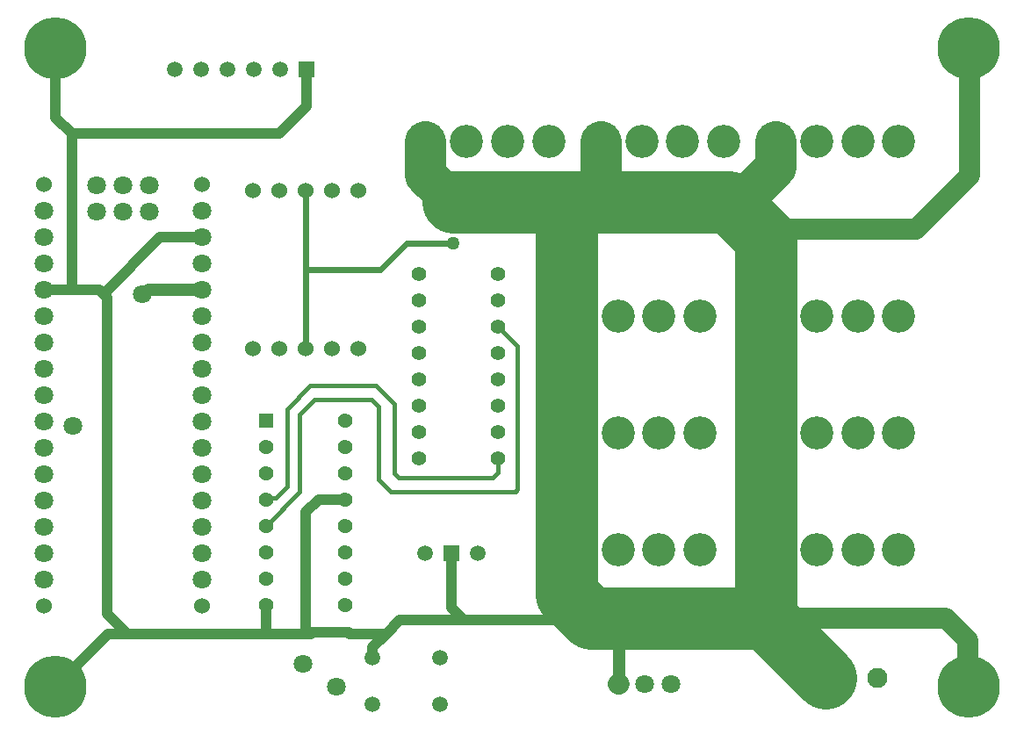
<source format=gbr>
%TF.GenerationSoftware,Altium Limited,Altium Designer,21.8.1 (53)*%
G04 Layer_Physical_Order=2*
G04 Layer_Color=36540*
%FSLAX43Y43*%
%MOMM*%
%TF.SameCoordinates,2523FC94-2157-46A2-8D95-2E3533E7A92D*%
%TF.FilePolarity,Positive*%
%TF.FileFunction,Copper,L2,Inr,Signal*%
%TF.Part,Single*%
G01*
G75*
%TA.AperFunction,Conductor*%
%ADD12C,1.200*%
%ADD13C,0.600*%
%ADD15C,2.000*%
%ADD16C,0.400*%
%TA.AperFunction,ComponentPad*%
%ADD17C,1.800*%
%ADD18C,1.500*%
%ADD19R,1.500X1.500*%
%ADD20C,1.524*%
%ADD21C,1.425*%
%ADD22R,1.425X1.425*%
%ADD23C,1.400*%
%ADD24C,3.200*%
%TA.AperFunction,ViaPad*%
%ADD25C,6.000*%
%TA.AperFunction,ComponentPad*%
%ADD26C,1.950*%
%TA.AperFunction,ViaPad*%
%ADD27C,1.800*%
%ADD28C,1.270*%
%TA.AperFunction,Conductor*%
%ADD29C,6.000*%
%ADD30C,4.000*%
%ADD31C,1.000*%
D12*
X57040Y51460D02*
X57300Y51200D01*
X58800Y4734D02*
Y11050D01*
X12900Y42350D02*
X13062D01*
X13462Y42750D02*
X18620D01*
X13062Y42350D02*
X13462Y42750D01*
D13*
X28580Y44680D02*
Y52300D01*
Y37060D02*
Y44680D01*
X38350Y47200D02*
X42800D01*
X35830Y44680D02*
X38350Y47200D01*
X28580Y44680D02*
X35830D01*
D15*
X73892Y48600D02*
X87450D01*
X72977Y47685D02*
X73892Y48600D01*
X87450D02*
X92600Y53750D01*
Y66000D01*
X92432Y4668D02*
X92600Y4500D01*
X72977Y11050D02*
X90300D01*
X92432Y8918D01*
Y4668D02*
Y8918D01*
X58793Y4727D02*
X58800Y4734D01*
D16*
X49050Y23484D02*
Y37295D01*
X48816Y23250D02*
X49050Y23484D01*
X36850Y23250D02*
X48816D01*
X47130Y39215D02*
X49050Y37295D01*
X35650Y24450D02*
Y31450D01*
Y24450D02*
X36850Y23250D01*
X29450Y32150D02*
X34950D01*
X35650Y31450D01*
X28050Y23270D02*
Y30750D01*
X29450Y32150D01*
X24770Y19990D02*
X28050Y23270D01*
X47130Y25130D02*
Y26505D01*
X46650Y24650D02*
X47130Y25130D01*
X29050Y33500D02*
X35400D01*
X37200Y31700D01*
Y25050D02*
Y31700D01*
X26800Y23750D02*
Y31250D01*
X25703Y22653D02*
X26800Y23750D01*
Y31250D02*
X29050Y33500D01*
X24770Y22530D02*
X24893Y22653D01*
X25703D01*
X37600Y24650D02*
X46650D01*
X37200Y25050D02*
X37600Y24650D01*
D17*
X58793Y4727D02*
D03*
X61333D02*
D03*
X63874D02*
D03*
X3380Y50370D02*
D03*
Y47830D02*
D03*
Y45290D02*
D03*
Y42750D02*
D03*
Y40210D02*
D03*
Y37670D02*
D03*
Y35130D02*
D03*
Y32590D02*
D03*
Y30050D02*
D03*
Y27510D02*
D03*
Y24970D02*
D03*
Y22430D02*
D03*
Y19890D02*
D03*
Y17350D02*
D03*
Y14810D02*
D03*
X18620D02*
D03*
Y17350D02*
D03*
Y19890D02*
D03*
Y22430D02*
D03*
Y24970D02*
D03*
Y27510D02*
D03*
Y30050D02*
D03*
Y32590D02*
D03*
Y35130D02*
D03*
Y37670D02*
D03*
Y40210D02*
D03*
Y42750D02*
D03*
Y45290D02*
D03*
Y47830D02*
D03*
Y50370D02*
D03*
X8470Y52810D02*
D03*
X11010D02*
D03*
X13550D02*
D03*
X8470Y50270D02*
D03*
X11010D02*
D03*
X13550D02*
D03*
D18*
X16000Y64000D02*
D03*
X18540D02*
D03*
X21080D02*
D03*
X23620D02*
D03*
X26160D02*
D03*
X40130Y17370D02*
D03*
X45210D02*
D03*
X41554Y7250D02*
D03*
X35054D02*
D03*
X41554Y2750D02*
D03*
X35054D02*
D03*
D19*
X28700Y64000D02*
D03*
X42670Y17370D02*
D03*
D20*
X3380Y12270D02*
D03*
X18620D02*
D03*
X3380Y52910D02*
D03*
X18620D02*
D03*
X23500Y37060D02*
D03*
X26040D02*
D03*
X28580D02*
D03*
X31120D02*
D03*
X33660D02*
D03*
Y52300D02*
D03*
X31120D02*
D03*
X28580D02*
D03*
X26040D02*
D03*
X23500D02*
D03*
D21*
X32390Y30150D02*
D03*
Y27610D02*
D03*
Y25070D02*
D03*
Y22530D02*
D03*
Y19990D02*
D03*
Y17450D02*
D03*
Y14910D02*
D03*
Y12370D02*
D03*
X24770D02*
D03*
Y14910D02*
D03*
Y17450D02*
D03*
Y19990D02*
D03*
Y22530D02*
D03*
Y25070D02*
D03*
Y27610D02*
D03*
D22*
Y30150D02*
D03*
D23*
X39510Y36675D02*
D03*
X47130D02*
D03*
X39510Y44295D02*
D03*
X47130D02*
D03*
X47130Y29055D02*
D03*
X39510D02*
D03*
X47130Y34135D02*
D03*
X39510D02*
D03*
X47130Y31595D02*
D03*
X39510D02*
D03*
X47130Y26505D02*
D03*
X39510D02*
D03*
X39510Y39215D02*
D03*
X47130D02*
D03*
X39510Y41755D02*
D03*
X47130D02*
D03*
D24*
X57040Y57050D02*
D03*
X61000D02*
D03*
X64960D02*
D03*
X68920D02*
D03*
X73920D02*
D03*
X77880D02*
D03*
X81840D02*
D03*
X85800D02*
D03*
X40160D02*
D03*
X44120D02*
D03*
X48080D02*
D03*
X52040D02*
D03*
X54760Y40230D02*
D03*
X58720D02*
D03*
X62680D02*
D03*
X66640D02*
D03*
X73920D02*
D03*
X77880D02*
D03*
X81840D02*
D03*
X85800D02*
D03*
X73920Y28950D02*
D03*
X77880D02*
D03*
X81840D02*
D03*
X85800D02*
D03*
X54760D02*
D03*
X58720D02*
D03*
X62680D02*
D03*
X66640D02*
D03*
X73920Y17670D02*
D03*
X77880D02*
D03*
X81840D02*
D03*
X85800D02*
D03*
X54760D02*
D03*
X58720D02*
D03*
X62680D02*
D03*
X66640D02*
D03*
D25*
X4500Y66000D02*
D03*
X92500D02*
D03*
Y4500D02*
D03*
X4500D02*
D03*
D26*
X83700Y5327D02*
D03*
X78700D02*
D03*
D27*
X28400Y6650D02*
D03*
X31600Y4450D02*
D03*
X6200Y29650D02*
D03*
X12900Y42350D02*
D03*
D28*
X42800Y47200D02*
D03*
D29*
X72977Y40230D02*
Y47685D01*
Y17670D02*
Y28950D01*
Y40230D01*
Y11050D02*
Y17670D01*
X69981Y50681D02*
X72977Y47685D01*
X69462Y51200D02*
X69981Y50681D01*
X53800Y13400D02*
Y51200D01*
X57300D02*
X69462D01*
X53800D02*
X57300D01*
X42800D02*
X53800D01*
Y13400D02*
X56150Y11050D01*
X58800D01*
X72977D01*
X78700Y5327D01*
D30*
X69981Y50681D02*
X73920Y54620D01*
Y57050D01*
X42800Y51200D02*
X42950Y51050D01*
X40160Y53840D02*
X42800Y51200D01*
X40160Y53840D02*
Y57050D01*
X57040Y51460D02*
Y57050D01*
D31*
X9100Y42350D02*
X14580Y47830D01*
X9100Y42350D02*
X9450Y42000D01*
X8700Y42750D02*
X9100Y42350D01*
X6050Y57800D02*
X26100D01*
X28700Y60400D02*
Y64000D01*
X26100Y57800D02*
X28700Y60400D01*
X29157Y9577D02*
X29275Y9694D01*
X28700Y9577D02*
X29157D01*
X24750D02*
X28700D01*
X28650Y9627D02*
X28700Y9577D01*
X29275Y9694D02*
X32767D01*
X32884Y9577D02*
X36377D01*
X32767Y9694D02*
X32884Y9577D01*
X9450Y11513D02*
Y42000D01*
X5900Y42750D02*
X8700D01*
X9450Y11513D02*
X11386Y9577D01*
X3380Y42750D02*
X5900D01*
X6050Y42900D02*
Y57800D01*
X5900Y42750D02*
X6050Y42900D01*
X4500Y59350D02*
X6050Y57800D01*
X4500Y59350D02*
Y66000D01*
Y4500D02*
X9577Y9577D01*
X11386D01*
X14580Y47830D02*
X18620D01*
X28650Y9627D02*
Y21300D01*
X29880Y22530D01*
X32390D01*
X11386Y9577D02*
X24750D01*
X24770Y9597D01*
Y12370D01*
X36377Y9577D02*
X37700Y10900D01*
X35054Y8254D02*
X36377Y9577D01*
X37700Y10900D02*
X43842D01*
X35054Y7250D02*
Y8254D01*
X42670Y12072D02*
Y17370D01*
Y12072D02*
X43842Y10900D01*
X56000D01*
%TF.MD5,580838c9018bc19e7aff9d33b13e3b7c*%
M02*

</source>
